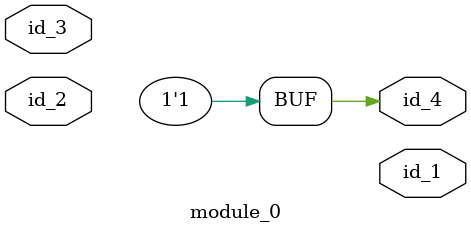
<source format=v>
module module_0 (
    id_1,
    id_2,
    id_3,
    id_4
);
  output id_4;
  inout id_3;
  input id_2;
  output id_1;
  assign id_4 = id_2 ? 1 : 1;
endmodule

</source>
